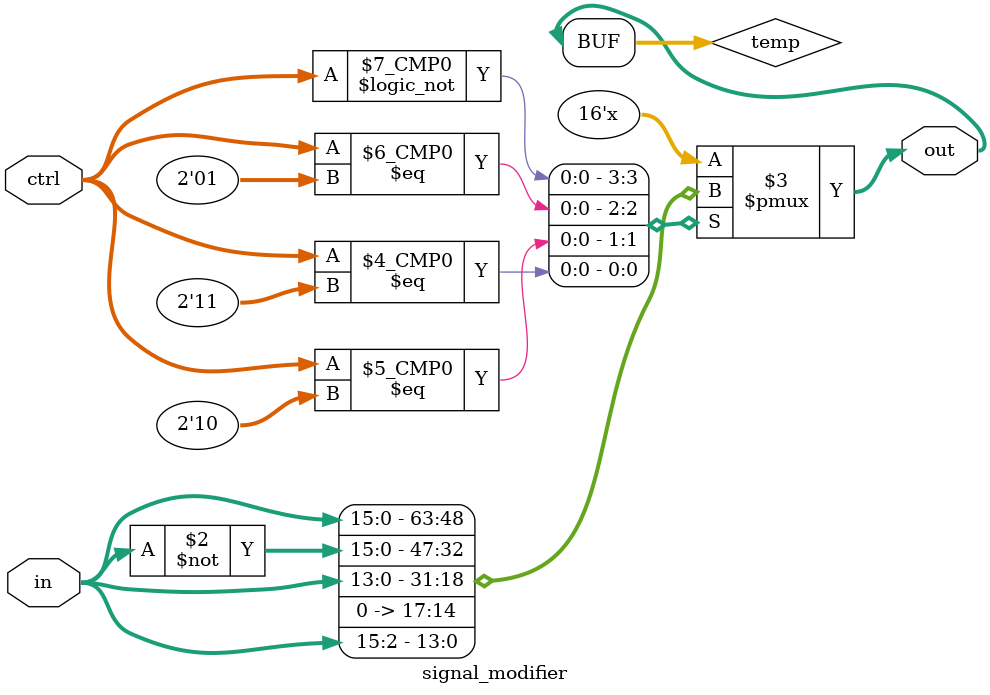
<source format=v>
module signal_modifier(
    input [15:0] in,
    input [1:0] ctrl,
    output [15:0] out
);

reg [15:0] temp;

always @*
begin
    case (ctrl)
        2'b00: temp = in;
        2'b01: temp = ~in;
        2'b10: temp = {in[13:0], 2'b00};
        2'b11: temp = {2'b00, in[15:2]};
    endcase
end

assign out = temp;

endmodule
</source>
